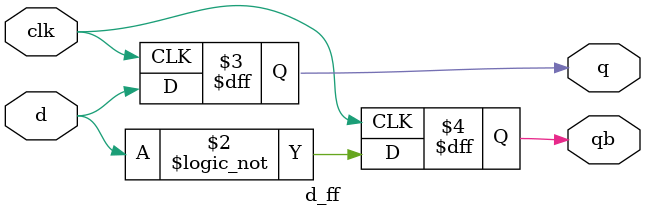
<source format=v>
`timescale 1ns/1ns
module d_ff (
    input clk,
    input d,
    output reg q,
    output reg qb
);
    always @(posedge clk) begin
        q <= d;
        qb <= !d;
    end

endmodule: d_ff

</source>
